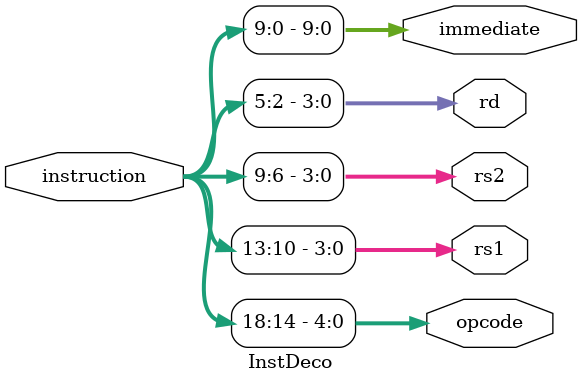
<source format=v>
module InstDeco(input [18:0] instruction,
						output reg [4:0] opcode,
						output reg [3:0]rs1,rs2,rd,
						output reg [9:0] immediate);

always @(*)
begin
	opcode = instruction[18:14]; //5 bits of MSB are opcode
	rs1 = instruction[13:10]; //4 bit Address of source register 1 
	rs2 = instruction[9:6]; //4 bit Address of source register 2
	rd = instruction[5:2]; // 4 bit Address of destination register, 2 bits unused if no immediate value
	immediate = instruction[9:0]; // 10 bit immediate value
end
endmodule

</source>
